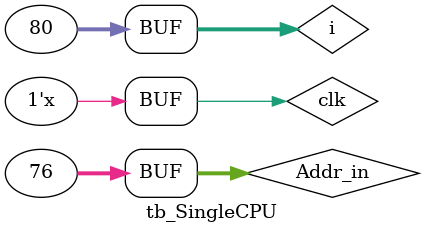
<source format=v>
module tb_SingleCPU;
reg [31:0] Addr_in;
reg clk;
wire [31:0] Addr_o;
integer i;

SingleCPU uut(
    Addr_in,
    clk,
    Addr_o
);

initial begin
    i <= 0;
    clk <= 0;
    #10
    clk <= !clk;
    for(i=0;i<80;i=i+4)begin
        #10
        clk <= !clk;
        #10
        clk <= !clk;
        Addr_in <= i;
    end

end

endmodule
</source>
